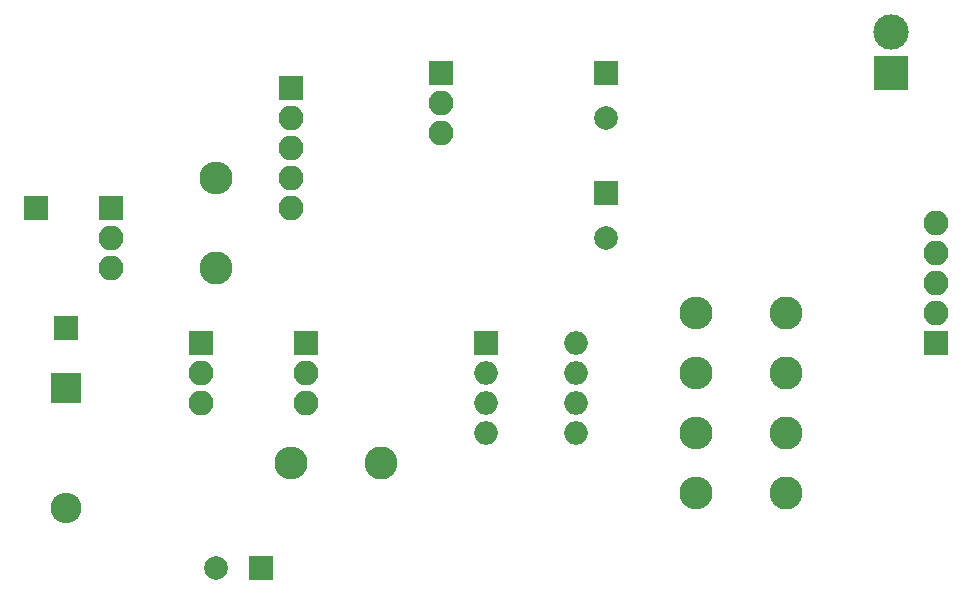
<source format=gbr>
G04 #@! TF.GenerationSoftware,KiCad,Pcbnew,5.0.0-fee4fd1~66~ubuntu18.04.1*
G04 #@! TF.CreationDate,2018-10-12T12:58:26-04:00*
G04 #@! TF.ProjectId,switcher,73776974636865722E6B696361645F70,rev?*
G04 #@! TF.SameCoordinates,Original*
G04 #@! TF.FileFunction,Soldermask,Bot*
G04 #@! TF.FilePolarity,Negative*
%FSLAX46Y46*%
G04 Gerber Fmt 4.6, Leading zero omitted, Abs format (unit mm)*
G04 Created by KiCad (PCBNEW 5.0.0-fee4fd1~66~ubuntu18.04.1) date Fri Oct 12 12:58:26 2018*
%MOMM*%
%LPD*%
G01*
G04 APERTURE LIST*
%ADD10R,2.000000X2.000000*%
%ADD11C,2.000000*%
%ADD12R,2.600000X2.600000*%
%ADD13O,2.600000X2.600000*%
%ADD14O,2.100000X2.100000*%
%ADD15R,2.100000X2.100000*%
%ADD16R,3.000000X3.000000*%
%ADD17C,3.000000*%
%ADD18C,2.800000*%
%ADD19O,2.800000X2.800000*%
%ADD20O,2.000000X2.000000*%
G04 APERTURE END LIST*
D10*
G04 #@! TO.C,C1*
X69850000Y-49530000D03*
D11*
X69850000Y-53330000D03*
G04 #@! TD*
G04 #@! TO.C,C2*
X69850000Y-63490000D03*
D10*
X69850000Y-59690000D03*
G04 #@! TD*
G04 #@! TO.C,C3*
X40640000Y-91440000D03*
D11*
X36840000Y-91440000D03*
G04 #@! TD*
D12*
G04 #@! TO.C,D1*
X24130000Y-76200000D03*
D13*
X24130000Y-86360000D03*
G04 #@! TD*
D14*
G04 #@! TO.C,J1*
X43180000Y-60960000D03*
X43180000Y-58420000D03*
X43180000Y-55880000D03*
X43180000Y-53340000D03*
D15*
X43180000Y-50800000D03*
G04 #@! TD*
D16*
G04 #@! TO.C,J2*
X93980000Y-49530000D03*
D17*
X93980000Y-46030000D03*
G04 #@! TD*
D14*
G04 #@! TO.C,J3*
X55880000Y-54610000D03*
X55880000Y-52070000D03*
D15*
X55880000Y-49530000D03*
G04 #@! TD*
G04 #@! TO.C,J4*
X97790000Y-72390000D03*
D14*
X97790000Y-69850000D03*
X97790000Y-67310000D03*
X97790000Y-64770000D03*
X97790000Y-62230000D03*
G04 #@! TD*
D15*
G04 #@! TO.C,MMBT2N3904*
X27940000Y-60960000D03*
D14*
X27940000Y-63500000D03*
X27940000Y-66040000D03*
G04 #@! TD*
G04 #@! TO.C,Q1*
X44450000Y-77470000D03*
X44450000Y-74930000D03*
D15*
X44450000Y-72390000D03*
G04 #@! TD*
G04 #@! TO.C,Q2*
X35560000Y-72390000D03*
D14*
X35560000Y-74930000D03*
X35560000Y-77470000D03*
G04 #@! TD*
D18*
G04 #@! TO.C,R1*
X85090000Y-69850000D03*
D19*
X77470000Y-69850000D03*
G04 #@! TD*
G04 #@! TO.C,R2*
X77470000Y-74930000D03*
D18*
X85090000Y-74930000D03*
G04 #@! TD*
G04 #@! TO.C,R3*
X85090000Y-80010000D03*
D19*
X77470000Y-80010000D03*
G04 #@! TD*
G04 #@! TO.C,R4*
X77470000Y-85090000D03*
D18*
X85090000Y-85090000D03*
G04 #@! TD*
D19*
G04 #@! TO.C,R5*
X36830000Y-58420000D03*
D18*
X36830000Y-66040000D03*
G04 #@! TD*
G04 #@! TO.C,R6*
X50800000Y-82550000D03*
D19*
X43180000Y-82550000D03*
G04 #@! TD*
D10*
G04 #@! TO.C,SW1*
X59690000Y-72390000D03*
D20*
X67310000Y-80010000D03*
X59690000Y-74930000D03*
X67310000Y-77470000D03*
X59690000Y-77470000D03*
X67310000Y-74930000D03*
X59690000Y-80010000D03*
X67310000Y-72390000D03*
G04 #@! TD*
D15*
G04 #@! TO.C,J5*
X24130000Y-71120000D03*
G04 #@! TD*
G04 #@! TO.C,J6*
X21590000Y-60960000D03*
G04 #@! TD*
M02*

</source>
